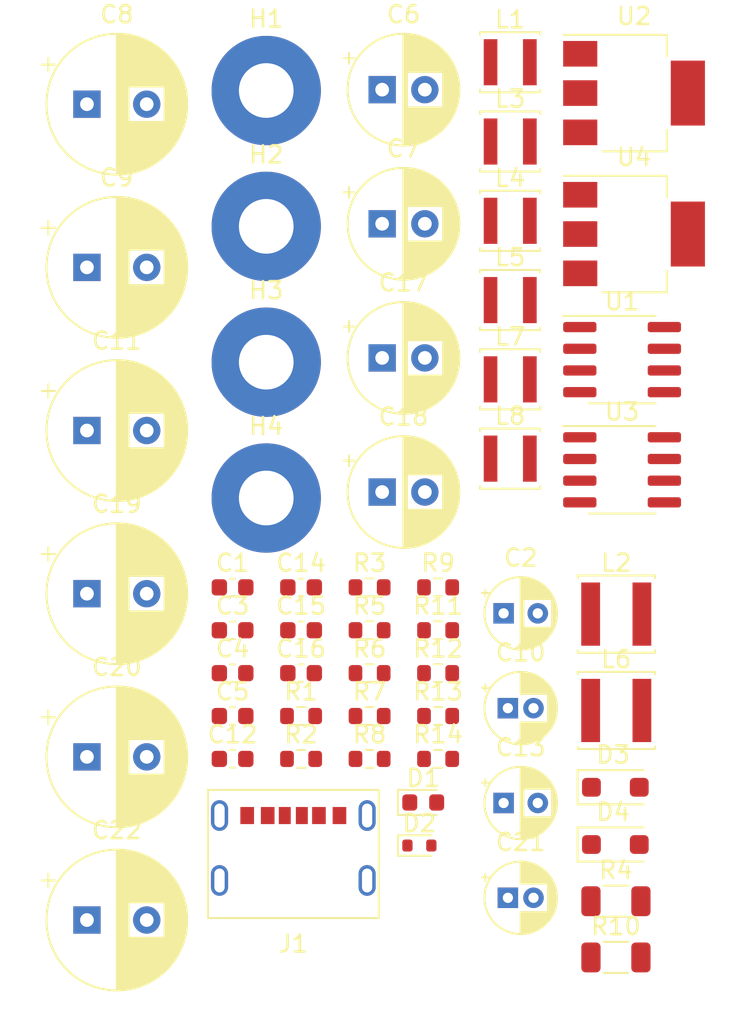
<source format=kicad_pcb>
(kicad_pcb (version 20221018) (generator pcbnew)
  (layers (0 "F.Cu" signal) (31 "B.Cu" signal) (34 "B.Paste" user) (35 "F.Paste" user) (36 "B.SilkS" user "B.Silkscreen") (37 "F.SilkS" user "F.Silkscreen") (38 "B.Mask" user) (39 "F.Mask" user) (44 "Edge.Cuts" user))
  (net 0 "")
  (net 1 "GNDREF")
  (net 2 "VCC")
  (net 3 "/U1_Vin")
  (net 4 "Net-(U1-TC)")
  (net 5 "/U1_Vout")
  (net 6 "Net-(U2-ADJ)")
  (net 7 "+12V")
  (net 8 "/U3_Vin")
  (net 9 "/U3_Vout")
  (net 10 "Net-(U3-TC)")
  (net 11 "Net-(U4-ADJ)")
  (net 12 "-12V")
  (net 13 "Net-(U1-Ipk)")
  (net 14 "/U2_Vin")
  (net 15 "/U4_Vin")
  (net 16 "Net-(U1-DC)")
  (net 17 "Net-(U1-Vfb)")
  (net 18 "Net-(U3-DC)")
  (net 19 "Net-(U3-Vfb)")
  (net 20 "Net-(C7-Pad1)")
  (net 21 "Net-(C18-Pad2)")
  (net 22 "Net-(D3-A)")
  (net 23 "Net-(D1-K)")
  (net 24 "Net-(D4-K)")
  (net 25 "Net-(J1-CC2)")
  (net 26 "Net-(J1-CC1)")
  (footprint "Capacitor_SMD:C_0603_1608Metric" (layer "F.Cu") (at 149.6525 69.115)
    (fp_text reference "C15" (at 0 -1.43) (layer "F.SilkS"))
    (fp_text value "331 0603 50V X7R")
    (pad "1" smd roundrect (at -0.775 0) (size 0.9 0.95) (layers "F.Cu" "F.Paste" "F.Mask") (net 9 "/U3_Vout"))
    (pad "2" smd roundrect (at 0.775 0) (size 0.9 0.95) (layers "F.Cu" "F.Paste" "F.Mask") (net 10 "Net-(U3-TC)"))
  )
  (footprint "Capacitor_SMD:C_0603_1608Metric" (layer "F.Cu") (at 145.6425 71.625)
    (fp_text reference "C4" (at 0 -1.43) (layer "F.SilkS"))
    (fp_text value "331 0603 50V X7R")
    (pad "1" smd roundrect (at -0.775 0) (size 0.9 0.95) (layers "F.Cu" "F.Paste" "F.Mask") (net 1 "GNDREF"))
    (pad "2" smd roundrect (at 0.775 0) (size 0.9 0.95) (layers "F.Cu" "F.Paste" "F.Mask") (net 4 "Net-(U1-TC)"))
  )
  (footprint "Resistor_SMD:R_1206_3216Metric" (layer "F.Cu") (at 168.0825 84.975)
    (fp_text reference "R4" (at 0 -1.82) (layer "F.SilkS"))
    (fp_text value "300mR 1206")
    (pad "1" smd roundrect (at -1.4625 0) (size 1.125 1.75) (layers "F.Cu" "F.Paste" "F.Mask") (roundrect_rratio 0.222222) (net 3 "/U1_Vin"))
    (pad "2" smd roundrect (at 1.4625 0) (size 1.125 1.75) (layers "F.Cu" "F.Paste" "F.Mask") (roundrect_rratio 0.222222) (net 13 "Net-(U1-Ipk)"))
  )
  (footprint "Inductor_SMD:L_Changjiang_FNR4030S" (layer "F.Cu") (at 168.1025 73.81)
    (fp_text reference "L6" (at 0 -3) (layer "F.SilkS"))
    (fp_text value "47uH 4030")
    (pad "1" smd rect (at -1.5 0) (size 1.1 3.7) (layers "F.Cu" "F.Paste" "F.Mask") (net 24 "Net-(D4-K)"))
    (pad "2" smd rect (at 1.5 0) (size 1.1 3.7) (layers "F.Cu" "F.Paste" "F.Mask") (net 1 "GNDREF"))
  )
  (footprint "Resistor_SMD:R_0603_1608Metric" (layer "F.Cu") (at 157.6725 71.625)
    (fp_text reference "R12" (at 0 -1.43) (layer "F.SilkS"))
    (fp_text value "10.2k 0603")
    (pad "1" smd roundrect (at -0.825 0) (size 0.8 0.95) (layers "F.Cu" "F.Paste" "F.Mask") (net 19 "Net-(U3-Vfb)"))
    (pad "2" smd roundrect (at 0.825 0) (size 0.8 0.95) (layers "F.Cu" "F.Paste" "F.Mask") (net 1 "GNDREF"))
  )
  (footprint "MountingHole:MountingHole_3.2mm_M3_Pad" (layer "F.Cu") (at 147.6125 61.375)
    (fp_text reference "H4" (at 0 -4.2) (layer "F.SilkS"))
    (fp_text value "M3")
    (pad "1" thru_hole circle (at 0 0) (size 6.4 6.4) (drill 3.2) (layers "*.Cu" "*.Mask") (net 1 "GNDREF"))
  )
  (footprint "Resistor_SMD:R_0603_1608Metric" (layer "F.Cu") (at 153.6625 69.115)
    (fp_text reference "R5" (at 0 -1.43) (layer "F.SilkS"))
    (fp_text value "180R 0603")
    (pad "1" smd roundrect (at -0.825 0) (size 0.8 0.95) (layers "F.Cu" "F.Paste" "F.Mask") (net 13 "Net-(U1-Ipk)"))
    (pad "2" smd roundrect (at 0.825 0) (size 0.8 0.95) (layers "F.Cu" "F.Paste" "F.Mask") (net 16 "Net-(U1-DC)"))
  )
  (footprint "Capacitor_SMD:C_0603_1608Metric" (layer "F.Cu") (at 149.6525 71.625)
    (fp_text reference "C16" (at 0 -1.43) (layer "F.SilkS"))
    (fp_text value "105 0603 25V X5R")
    (pad "1" smd roundrect (at -0.775 0) (size 0.9 0.95) (layers "F.Cu" "F.Paste" "F.Mask") (net 9 "/U3_Vout"))
    (pad "2" smd roundrect (at 0.775 0) (size 0.9 0.95) (layers "F.Cu" "F.Paste" "F.Mask") (net 1 "GNDREF"))
  )
  (footprint "Capacitor_THT:CP_Radial_D6.3mm_P2.50mm" (layer "F.Cu") (at 154.397741 53.175)
    (fp_text reference "C17" (at 1.25 -4.4) (layer "F.SilkS"))
    (fp_text value "100uF 16V D6.3xL5")
    (pad "1" thru_hole rect (at 0 0) (size 1.6 1.6) (drill 0.8) (layers "*.Cu" "*.Mask") (net 1 "GNDREF"))
    (pad "2" thru_hole circle (at 2.5 0) (size 1.6 1.6) (drill 0.8) (layers "*.Cu" "*.Mask") (net 9 "/U3_Vout"))
  )
  (footprint "Diode_SMD:D_SOD-123F" (layer "F.Cu") (at 168.0475 78.305)
    (fp_text reference "D3" (at -0.127 -1.905) (layer "F.SilkS"))
    (fp_text value "K24-MS")
    (pad "1" smd roundrect (at -1.4 0) (size 1.1 1.1) (layers "F.Cu" "F.Paste" "F.Mask") (roundrect_rratio 0.2272727273) (net 5 "/U1_Vout"))
    (pad "2" smd roundrect (at 1.4 0) (size 1.1 1.1) (layers "F.Cu" "F.Paste" "F.Mask") (roundrect_rratio 0.2272727273) (net 22 "Net-(D3-A)"))
  )
  (footprint "Diode_SMD:D_SOD-523" (layer "F.Cu") (at 156.5775 81.715)
    (fp_text reference "D2" (at 0 -1.3) (layer "F.SilkS"))
    (fp_text value "PESD5V0 SOD-523")
    (pad "1" smd roundrect (at -0.7 0 180) (size 0.6 0.7) (layers "F.Cu" "F.Paste" "F.Mask") (net 1 "GNDREF"))
    (pad "2" smd roundrect (at 0.7 0 180) (size 0.6 0.7) (layers "F.Cu" "F.Paste" "F.Mask") (net 2 "VCC"))
  )
  (footprint "Capacitor_THT:CP_Radial_D8.0mm_P3.50mm" (layer "F.Cu") (at 137.117198 38.325)
    (fp_text reference "C8" (at 1.75 -5.25) (layer "F.SilkS"))
    (fp_text value "220uF 16V D8xL5")
    (pad "1" thru_hole rect (at 0 0) (size 1.6 1.6) (drill 0.8) (layers "*.Cu" "*.Mask") (net 14 "/U2_Vin"))
    (pad "2" thru_hole circle (at 3.5 0) (size 1.6 1.6) (drill 0.8) (layers "*.Cu" "*.Mask") (net 1 "GNDREF"))
  )
  (footprint "Capacitor_THT:CP_Radial_D8.0mm_P3.50mm" (layer "F.Cu") (at 137.117198 76.525)
    (fp_text reference "C20" (at 1.75 -5.25) (layer "F.SilkS"))
    (fp_text value "220uF 16V D8xL5")
    (pad "1" thru_hole rect (at 0 0) (size 1.6 1.6) (drill 0.8) (layers "*.Cu" "*.Mask") (net 1 "GNDREF"))
    (pad "2" thru_hole circle (at 3.5 0) (size 1.6 1.6) (drill 0.8) (layers "*.Cu" "*.Mask") (net 15 "/U4_Vin"))
  )
  (footprint "Resistor_SMD:R_0603_1608Metric" (layer "F.Cu") (at 149.6525 76.645)
    (fp_text reference "R2" (at 0 -1.43) (layer "F.SilkS"))
    (fp_text value "5.1k 0603")
    (pad "1" smd roundrect (at -0.825 0) (size 0.8 0.95) (layers "F.Cu" "F.Paste" "F.Mask") (net 26 "Net-(J1-CC1)"))
    (pad "2" smd roundrect (at 0.825 0) (size 0.8 0.95) (layers "F.Cu" "F.Paste" "F.Mask") (net 1 "GNDREF"))
  )
  (footprint "Capacitor_THT:CP_Radial_D8.0mm_P3.50mm" (layer "F.Cu") (at 137.117198 57.425)
    (fp_text reference "C11" (at 1.75 -5.25) (layer "F.SilkS"))
    (fp_text value "220uF 16V D8xL5")
    (pad "1" thru_hole rect (at 0 0) (size 1.6 1.6) (drill 0.8) (layers "*.Cu" "*.Mask") (net 7 "+12V"))
    (pad "2" thru_hole circle (at 3.5 0) (size 1.6 1.6) (drill 0.8) (layers "*.Cu" "*.Mask") (net 1 "GNDREF"))
  )
  (footprint "Capacitor_THT:CP_Radial_D6.3mm_P2.50mm" (layer "F.Cu") (at 154.397741 61.025)
    (fp_text reference "C18" (at 1.25 -4.4) (layer "F.SilkS"))
    (fp_text value "100uF 16V D6.3xL5")
    (pad "1" thru_hole rect (at 0 0) (size 1.6 1.6) (drill 0.8) (layers "*.Cu" "*.Mask") (net 1 "GNDREF"))
    (pad "2" thru_hole circle (at 2.5 0) (size 1.6 1.6) (drill 0.8) (layers "*.Cu" "*.Mask") (net 21 "Net-(C18-Pad2)"))
  )
  (footprint "Inductor_SMD:L_Changjiang_FNR3015S" (layer "F.Cu") (at 161.8925 45.15)
    (fp_text reference "L4" (at 0 -2.5) (layer "F.SilkS"))
    (fp_text value "100uH 3015")
    (pad "1" smd rect (at -1.15 0) (size 0.8 2.7) (layers "F.Cu" "F.Paste" "F.Mask") (net 20 "Net-(C7-Pad1)"))
    (pad "2" smd rect (at 1.15 0) (size 0.8 2.7) (layers "F.Cu" "F.Paste" "F.Mask") (net 14 "/U2_Vin"))
  )
  (footprint "Capacitor_SMD:C_0603_1608Metric" (layer "F.Cu") (at 145.6425 66.605)
    (fp_text reference "C1" (at 0 -1.43) (layer "F.SilkS"))
    (fp_text value "105 0603 25V X5R")
    (pad "1" smd roundrect (at -0.775 0) (size 0.9 0.95) (layers "F.Cu" "F.Paste" "F.Mask") (net 1 "GNDREF"))
    (pad "2" smd roundrect (at 0.775 0) (size 0.9 0.95) (layers "F.Cu" "F.Paste" "F.Mask") (net 2 "VCC"))
  )
  (footprint "Resistor_SMD:R_0603_1608Metric" (layer "F.Cu") (at 153.6625 74.135)
    (fp_text reference "R7" (at 0 -1.43) (layer "F.SilkS"))
    (fp_text value "1k 0603")
    (pad "1" smd roundrect (at -0.825 0) (size 0.8 0.95) (layers "F.Cu" "F.Paste" "F.Mask") (net 17 "Net-(U1-Vfb)"))
    (pad "2" smd roundrect (at 0.825 0) (size 0.8 0.95) (layers "F.Cu" "F.Paste" "F.Mask") (net 1 "GNDREF"))
  )
  (footprint "Capacitor_THT:CP_Radial_D6.3mm_P2.50mm" (layer "F.Cu") (at 154.397741 45.325)
    (fp_text reference "C7" (at 1.25 -4.4) (layer "F.SilkS"))
    (fp_text value "100uF 16V D6.3xL5")
    (pad "1" thru_hole rect (at 0 0) (size 1.6 1.6) (drill 0.8) (layers "*.Cu" "*.Mask") (net 20 "Net-(C7-Pad1)"))
    (pad "2" thru_hole circle (at 2.5 0) (size 1.6 1.6) (drill 0.8) (layers "*.Cu" "*.Mask") (net 1 "GNDREF"))
  )
  (footprint "Inductor_SMD:L_Changjiang_FNR3015S" (layer "F.Cu") (at 161.8925 40.51)
    (fp_text reference "L3" (at 0 -2.5) (layer "F.SilkS"))
    (fp_text value "100uH 3015")
    (pad "1" smd rect (at -1.15 0) (size 0.8 2.7) (layers "F.Cu" "F.Paste" "F.Mask") (net 5 "/U1_Vout"))
    (pad "2" smd rect (at 1.15 0) (size 0.8 2.7) (layers "F.Cu" "F.Paste" "F.Mask") (net 20 "Net-(C7-Pad1)"))
  )
  (footprint "Diode_SMD:D_SOD-123F" (layer "F.Cu") (at 168.0475 81.655)
    (fp_text reference "D4" (at -0.127 -1.905) (layer "F.SilkS"))
    (fp_text value "K24-MS")
    (pad "1" smd roundrect (at -1.4 0) (size 1.1 1.1) (layers "F.Cu" "F.Paste" "F.Mask") (roundrect_rratio 0.2272727273) (net 24 "Net-(D4-K)"))
    (pad "2" smd roundrect (at 1.4 0) (size 1.1 1.1) (layers "F.Cu" "F.Paste" "F.Mask") (roundrect_rratio 0.2272727273) (net 9 "/U3_Vout"))
  )
  (footprint "Capacitor_THT:CP_Radial_D8.0mm_P3.50mm" (layer "F.Cu") (at 137.117198 66.975)
    (fp_text reference "C19" (at 1.75 -5.25) (layer "F.SilkS"))
    (fp_text value "220uF 16V D8xL5")
    (pad "1" thru_hole rect (at 0 0) (size 1.6 1.6) (drill 0.8) (layers "*.Cu" "*.Mask") (net 1 "GNDREF"))
    (pad "2" thru_hole circle (at 3.5 0) (size 1.6 1.6) (drill 0.8) (layers "*.Cu" "*.Mask") (net 15 "/U4_Vin"))
  )
  (footprint "Capacitor_THT:CP_Radial_D4.0mm_P2.00mm" (layer "F.Cu") (at 161.507301 79.225)
    (fp_text reference "C13" (at 1 -3.25) (layer "F.SilkS"))
    (fp_text value "100uF 10V D5xL5")
    (pad "1" thru_hole rect (at 0 0) (size 1.2 1.2) (drill 0.6) (layers "*.Cu" "*.Mask") (net 8 "/U3_Vin"))
    (pad "2" thru_hole circle (at 2 0) (size 1.2 1.2) (drill 0.6) (layers "*.Cu" "*.Mask") (net 1 "GNDREF"))
  )
  (footprint "Resistor_SMD:R_0603_1608Metric" (layer "F.Cu") (at 157.6725 66.605)
    (fp_text reference "R9" (at 0 -1.43) (layer "F.SilkS"))
    (fp_text value "8.25k 0603")
    (pad "1" smd roundrect (at -0.825 0) (size 0.8 0.95) (layers "F.Cu" "F.Paste" "F.Mask") (net 6 "Net-(U2-ADJ)"))
    (pad "2" smd roundrect (at 0.825 0) (size 0.8 0.95) (layers "F.Cu" "F.Paste" "F.Mask") (net 1 "GNDREF"))
  )
  (footprint "Package_SO:SOIC-8_3.9x4.9mm_P1.27mm" (layer "F.Cu") (at 168.4425 59.725)
    (fp_text reference "U3" (at 0 -3.4) (layer "F.SilkS"))
    (fp_text value "MC34063AD")
    (pad "1" smd roundrect (at -2.475 -1.905) (size 1.95 0.6) (layers "F.Cu" "F.Paste" "F.Mask") (net 18 "Net-(U3-DC)"))
    (pad "2" smd roundrect (at -2.475 -0.635) (size 1.95 0.6) (layers "F.Cu" "F.Paste" "F.Mask") (net 24 "Net-(D4-K)"))
    (pad "3" smd roundrect (at -2.475 0.635) (size 1.95 0.6) (layers "F.Cu" "F.Paste" "F.Mask") (net 10 "Net-(U3-TC)"))
    (pad "4" smd roundrect (at -2.475 1.905) (size 1.95 0.6) (layers "F.Cu" "F.Paste" "F.Mask") (net 9 "/U3_Vout"))
    (pad "5" smd roundrect (at 2.475 1.905) (size 1.95 0.6) (layers "F.Cu" "F.Paste" "F.Mask") (net 19 "Net-(U3-Vfb)"))
    (pad "6" smd roundrect (at 2.475 0.635) (size 1.95 0.6) (layers "F.Cu" "F.Paste" "F.Mask") (net 8 "/U3_Vin"))
    (pad "7" smd roundrect (at 2.475 -0.635) (size 1.95 0.6) (layers "F.Cu" "F.Paste" "F.Mask") (net 18 "Net-(U3-DC)"))
    (pad "8" smd roundrect (at 2.475 -1.905) (size 1.95 0.6) (layers "F.Cu" "F.Paste" "F.Mask") (net 18 "Net-(U3-DC)"))
  )
  (footprint "Resistor_SMD:R_0603_1608Metric" (layer "F.Cu") (at 157.6725 69.115)
    (fp_text reference "R11" (at 0 -1.43) (layer "F.SilkS"))
    (fp_text value "1k 0603")
    (pad "1" smd roundrect (at -0.825 0) (size 0.8 0.95) (layers "F.Cu" "F.Paste" "F.Mask") (net 19 "Net-(U3-Vfb)"))
    (pad "2" smd roundrect (at 0.825 0) (size 0.8 0.95) (layers "F.Cu" "F.Paste" "F.Mask") (net 9 "/U3_Vout"))
  )
  (footprint "LED_SMD:LED_0603_1608Metric" (layer "F.Cu") (at 156.8025 79.195)
    (fp_text reference "D1" (at 0 -1.43) (layer "F.SilkS"))
    (fp_text value "LED 0603")
    (pad "1" smd roundrect (at -0.7875 0) (size 0.875 0.95) (layers "F.Cu" "F.Paste" "F.Mask") (net 23 "Net-(D1-K)"))
    (pad "2" smd roundrect (at 0.7875 0) (size 0.875 0.95) (layers "F.Cu" "F.Paste" "F.Mask") (net 2 "VCC"))
  )
  (footprint "Package_TO_SOT_SMD:SOT-223-3_TabPin2" (layer "F.Cu") (at 169.1425 45.925)
    (fp_text reference "U4" (at 0 -4.5) (layer "F.SilkS"))
    (fp_text value "LM337_SOT223")
    (pad "1" smd rect (at -3.15 -2.3) (size 2 1.5) (layers "F.Cu" "F.Paste" "F.Mask") (net 11 "Net-(U4-ADJ)"))
    (pad "2" smd rect (at -3.15 0) (size 2 1.5) (layers "F.Cu" "F.Paste" "F.Mask") (net 15 "/U4_Vin"))
    (pad "2" smd rect (at 3.15 0) (size 2 3.8) (layers "F.Cu" "F.Paste" "F.Mask") (net 15 "/U4_Vin"))
    (pad "3" smd rect (at -3.15 2.3) (size 2 1.5) (layers "F.Cu" "F.Paste" "F.Mask") (net 12 "-12V"))
  )
  (footprint "Capacitor_SMD:C_0603_1608Metric" (layer "F.Cu") (at 145.6425 69.115)
    (fp_text reference "C3" (at 0 -1.43) (layer "F.SilkS"))
    (fp_text value "105 0603 25V X5R")
    (pad "1" smd roundrect (at -0.775 0) (size 0.9 0.95) (layers "F.Cu" "F.Paste" "F.Mask") (net 1 "GNDREF"))
    (pad "2" smd roundrect (at 0.775 0) (size 0.9 0.95) (layers "F.Cu" "F.Paste" "F.Mask") (net 3 "/U1_Vin"))
  )
  (footprint "Resistor_SMD:R_0603_1608Metric" (layer "F.Cu") (at 153.6625 66.605)
    (fp_text reference "R3" (at 0 -1.43) (layer "F.SilkS"))
    (fp_text value "1k 0603")
    (pad "1" smd roundrect (at -0.825 0) (size 0.8 0.95) (layers "F.Cu" "F.Paste" "F.Mask") (net 23 "Net-(D1-K)"))
    (pad "2" smd roundrect (at 0.825 0) (size 0.8 0.95) (layers "F.Cu" "F.Paste" "F.Mask") (net 1 "GNDREF"))
  )
  (footprint "Inductor_SMD:L_Changjiang_FNR3015S" (layer "F.Cu") (at 161.8925 35.87)
    (fp_text reference "L1" (at 0 -2.5) (layer "F.SilkS"))
    (fp_text value "22uH 3015")
    (pad "1" smd rect (at -1.15 0) (size 0.8 2.7) (layers "F.Cu" "F.Paste" "F.Mask") (net 2 "VCC"))
    (pad "2" smd rect (at 1.15 0) (size 0.8 2.7) (layers "F.Cu" "F.Paste" "F.Mask") (net 3 "/U1_Vin"))
  )
  (footprint "MountingHole:MountingHole_3.2mm_M3_Pad" (layer "F.Cu") (at 147.6125 45.475)
    (fp_text reference "H2" (at 0 -4.2) (layer "F.SilkS"))
    (fp_text value "M3")
    (pad "1" thru_hole circle (at 0 0) (size 6.4 6.4) (drill 3.2) (layers "*.Cu" "*.Mask") (net 1 "GNDREF"))
  )
  (footprint "Inductor_SMD:L_Changjiang_FNR3015S" (layer "F.Cu") (at 161.8925 54.43)
    (fp_text reference "L7" (at 0 -2.5) (layer "F.SilkS"))
    (fp_text value "100uH 3015")
    (pad "1" smd rect (at -1.15 0) (size 0.8 2.7) (layers "F.Cu" "F.Paste" "F.Mask") (net 9 "/U3_Vout"))
    (pad "2" smd rect (at 1.15 0) (size 0.8 2.7) (layers "F.Cu" "F.Paste" "F.Mask") (net 21 "Net-(C18-Pad2)"))
  )
  (footprint "Resistor_SMD:R_0603_1608Metric" (layer "F.Cu") (at 157.6725 76.645)
    (fp_text reference "R14" (at 0 -1.43) (layer "F.SilkS"))
    (fp_text value "1k 0603")
    (pad "1" smd roundrect (at -0.825 0) (size 0.8 0.95) (layers "F.Cu" "F.Paste" "F.Mask") (net 11 "Net-(U4-ADJ)"))
    (pad "2" smd roundrect (at 0.825 0) (size 0.8 0.95) (layers "F.Cu" "F.Paste" "F.Mask") (net 12 "-12V"))
  )
  (footprint "Inductor_SMD:L_Changjiang_FNR3015S" (layer "F.Cu") (at 161.8925 49.79)
    (fp_text reference "L5" (at 0 -2.5) (layer "F.SilkS"))
    (fp_text value "22uH 3015")
    (pad "1" smd rect (at -1.15 0) (size 0.8 2.7) (layers "F.Cu" "F.Paste" "F.Mask") (net 2 "VCC"))
    (pad "2" smd rect (at 1.15 0) (size 0.8 2.7) (layers "F.Cu" "F.Paste" "F.Mask") (net 8 "/U3_Vin"))
  )
  (footprint "Capacitor_THT:CP_Radial_D4.0mm_P2.00mm" (layer "F.Cu") (at 161.507301 68.125)
    (fp_text reference "C2" (at 1 -3.25) (layer "F.SilkS"))
    (fp_text value "100uF 10V D5xL5")
    (pad "1" thru_hole rect (at 0 0) (size 1.2 1.2) (drill 0.6) (layers "*.Cu" "*.Mask") (net 3 "/U1_Vin"))
    (pad "2" thru_hole circle (at 2 0) (size 1.2 1.2) (drill 0.6) (layers "*.Cu" "*.Mask") (net 1 "GNDREF"))
  )
  (footprint "Resistor_SMD:R_1206_3216Metric" (layer "F.Cu") (at 168.0825 88.265)
    (fp_text reference "R10" (at 0 -1.82) (layer "F.SilkS"))
    (fp_text value "300mR 1206")
    (pad "1" smd roundrect (at -1.4625 0) (size 1.125 1.75) (layers "F.Cu" "F.Paste" "F.Mask") (roundrect_rratio 0.222222) (net 8 "/U3_Vin"))
    (pad "2" smd roundrect (at 1.4625 0) (size 1.125 1.75) (layers "F.Cu" "F.Paste" "F.Mask") (roundrect_rratio 0.222222) (net 18 "Net-(U3-DC)"))
  )
  (footprint "MountingHole:MountingHole_3.2mm_M3_Pad" (layer "F.Cu") (at 147.6125 37.525)
    (fp_text reference "H1" (at 0 -4.2) (layer "F.SilkS"))
    (fp_text value "M3")
    (pad "1" thru_hole circle (at 0 0) (size 6.4 6.4) (drill 3.2) (layers "*.Cu" "*.Mask") (net 1 "GNDREF"))
  )
  (footprint "Capacitor_SMD:C_0603_1608Metric" (layer "F.Cu") (at 149.6525 66.605)
    (fp_text reference "C14" (at 0 -1.43) (layer "F.SilkS"))
    (fp_text value "105 0603 25V X5R")
    (pad "1" smd roundrect (at -0.775 0) (size 0.9 0.95) (layers "F.Cu" "F.Paste" "F.Mask") (net 1 "GNDREF"))
    (pad "2" smd roundrect (at 0.775 0) (size 0.9 0.95) (layers "F.Cu" "F.Paste" "F.Mask") (net 8 "/U3_Vin"))
  )
  (footprint "Capacitor_THT:CP_Radial_D8.0mm_P3.50mm" (layer "F.Cu") (at 137.117198 47.875)
    (fp_text reference "C9" (at 1.75 -5.25) (layer "F.SilkS"))
    (fp_text value "220uF 16V D8xL5")
    (pad "1" thru_hole rect (at 0 0) (size 1.6 1.6) (drill 0.8) (layers "*.Cu" "*.Mask") (net 14 "/U2_Vin"))
    (pad "2" thru_hole circle (at 3.5 0) (size 1.6 1.6) (drill 0.8) (layers "*.Cu" "*.Mask") (net 1 "GNDREF"))
  )
  (footprint "Package_SO:SOIC-8_3.9x4.9mm_P1.27mm" (layer "F.Cu") (at 168.4425 53.275)
    (fp_text reference "U1" (at 0 -3.4) (layer "F.SilkS"))
    (fp_text value "MC34063AD")
    (pad "1" smd roundrect (at -2.475 -1.905) (size 1.95 0.6) (layers "F.Cu" "F.Paste" "F.Mask") (net 22 "Net-(D3-A)"))
    (pad "2" smd roundrect (at -2.475 -0.635) (size 1.95 0.6) (layers "F.Cu" "F.Paste" "F.Mask") (net 1 "GNDREF"))
    (pad "3" smd roundrect (at -2.475 0.635) (size 1.95 0.6) (layers "F.Cu" "F.Paste" "F.Mask") (net 4 "Net-(U1-TC)"))
    (pad "4" smd roundrect (at -2.475 1.905) (size 1.95 0.6) (layers "F.Cu" "F.Paste" "F.Mask") (net 1 "GNDREF"))
    (pad "5" smd roundrect (at 2.475 1.905) (size 1.95 0.6) (layers "F.Cu" "F.Paste" "F.Mask") (net 17 "Net-(U1-Vfb)"))
    (pad "6" smd roundrect (at 2.475 0.635) (size 1.95 0.6) (layers "F.Cu" "F.Paste" "F.Mask") (net 3 "/U1_Vin"))
    (pad "7" smd roundrect (at 2.475 -0.635) (size 1.95 0.6) (layers "F.Cu" "F.Paste" "F.Mask") (net 13 "Net-(U1-Ipk)"))
    (pad "8" smd roundrect (at 2.475 -1.905) (size 1.95 0.6) (layers "F.Cu" "F.Paste" "F.Mask") (net 16 "Net-(U1-DC)"))
  )
  (footprint "Capacitor_THT:CP_Radial_D6.3mm_P2.50mm" (layer "F.Cu") (at 154.397741 37.475)
    (fp_text reference "C6" (at 1.25 -4.4) (layer "F.SilkS"))
    (fp_text value "100uF 16V D6.3xL5")
    (pad "1" thru_hole rect (at 0 0) (size 1.6 1.6) (drill 0.8) (layers "*.Cu" "*.Mask") (net 5 "/U1_Vout"))
    (pad "2" thru_hole circle (at 2.5 0) (size 1.6 1.6) (drill 0.8) (layers "*.Cu" "*.Mask") (net 1 "GNDREF"))
  )
  (footprint "Inductor_SMD:L_Changjiang_FNR4030S" (layer "F.Cu") (at 168.1025 68.17)
    (fp_text reference "L2" (at 0 -3) (layer "F.SilkS"))
    (fp_text value "47uH 4030")
    (pad "1" smd rect (at -1.5 0) (size 1.1 3.7) (layers "F.Cu" "F.Paste" "F.Mask") (net 13 "Net-(U1-Ipk)"))
    (pad "2" smd rect (at 1.5 0) (size 1.1 3.7) (layers "F.Cu" "F.Paste" "F.Mask") (net 22 "Net-(D3-A)"))
  )
  (footprint "Capacitor_SMD:C_0603_1608Metric" (layer "F.Cu") (at 145.6425 76.645)
    (fp_text reference "C12" (at 0 -1.43) (layer "F.SilkS"))
    (fp_text value "105 0603 25V X5R")
    (pad "1" smd roundrect (at -0.775 0) (size 0.9 0.95) (layers "F.Cu" "F.Paste" "F.Mask") (net 1 "GNDREF"))
    (pad "2" smd roundrect (at 0.775 0) (size 0.9 0.95) (layers "F.Cu" "F.Paste" "F.Mask") (net 2 "VCC"))
  )
  (footprint "Capacitor_THT:CP_Radial_D4.0mm_P1.50mm" (layer "F.Cu") (at 161.757301 73.675)
    (fp_text reference "C10" (at 0.75 -3.25) (layer "F.SilkS"))
    (fp_text value "10uF 16V D4xL5")
    (pad "1" thru_hole rect (at 0 0) (size 1.2 1.2) (drill 0.6) (layers "*.Cu" "*.Mask") (net 6 "Net-(U2-ADJ)"))
    (pad "2" thru_hole circle (at 1.5 0) (size 1.2 1.2) (drill 0.6) (layers "*.Cu" "*.Mask") (net 1 "GNDREF"))
  )
  (footprint "Resistor_SMD:R_0603_1608Metric" (layer "F.Cu") (at 149.6525 74.135)
    (fp_text reference "R1" (at 0 -1.43) (layer "F.SilkS"))
    (fp_text value "5.1k 0603")
    (pad "1" smd roundrect (at -0.825 0) (size 0.8 0.95) (layers "F.Cu" "F.Paste" "F.Mask") (net 25 "Net-(J1-CC2)"))
    (pad "2" smd roundrect (at 0.825 0) (size 0.8 0.95) (layers "F.Cu" "F.Paste" "F.Mask") (net 1 "GNDREF"))
  )
  (footprint "MountingHole:MountingHole_3.2mm_M3_Pad" (layer "F.Cu") (at 147.6125 53.425)
    (fp_text reference "H3" (at 0 -4.2) (layer "F.SilkS"))
    (fp_text value "M3")
    (pad "1" thru_hole circle (at 0 0) (size 6.4 6.4) (drill 3.2) (layers "*.Cu" "*.Mask") (net 1 "GNDREF"))
  )
  (footprint "Resistor_SMD:R_0603_1608Metric" (layer "F.Cu") (at 157.6725 74.135)
    (fp_text reference "R13" (at 0 -1.43) (layer "F.SilkS"))
    (fp_text value "8.25k 0603")
    (pad "1" smd roundrect (at -0.825 0) (size 0.8 0.95) (layers "F.Cu" "F.Paste" "F.Mask") (net 1 "GNDREF"))
    (pad "2" smd roundrect (at 0.825 0) (size 0.8 0.95) (layers "F.Cu" "F.Paste" "F.Mask") (net 11 "Net-(U4-ADJ)"))
  )
  (footprint "Capacitor_THT:CP_Radial_D4.0mm_P1.50mm" (layer "F.Cu") (at 161.757301 84.775)
    (fp_text reference "C21" (at 0.75 -3.25) (layer "F.SilkS"))
    (fp_text value "10uF 16V D4xL5")
    (pad "1" thru_hole rect (at 0 0) (size 1.2 1.2) (drill 0.6) (layers "*.Cu" "*.Mask") (net 1 "GNDREF"))
    (pad "2" thru_hole circle (at 1.5 0) (size 1.2 1.2) (drill 0.6) (layers "*.Cu" "*.Mask") (net 11 "Net-(U4-ADJ)"))
  )
  (footprint "Inductor_SMD:L_Changjiang_FNR3015S" (layer "F.Cu") (at 161.8925 59.07)
    (fp_text reference "L8" (at 0 -2.5) (layer "F.SilkS"))
    (fp_text value "100uH 3015")
    (pad "1" smd rect (at -1.15 0) (size 0.8 2.7) (layers "F.Cu" "F.Paste" "F.Mask") (net 21 "Net-(C18-Pad2)"))
    (pad "2" smd rect (at 1.15 0) (size 0.8 2.7) (layers "F.Cu" "F.Paste" "F.Mask") (net 15 "/U4_Vin"))
  )
  (footprint "Resistor_SMD:R_0603_1608Metric" (layer "F.Cu") (at 153.6625 71.625)
    (fp_text reference "R6" (at 0 -1.43) (layer "F.SilkS"))
    (fp_text value "10.2k 0603")
    (pad "1" smd roundrect (at -0.825 0) (size 0.8 0.95) (layers "F.Cu" "F.Paste" "F.Mask") (net 5 "/U1_Vout"))
    (pad "2" smd roundrect (at 0.825 0) (size 0.8 0.95) (layers "F.Cu" "F.Paste" "F.Mask") (net 17 "Net-(U1-Vfb)"))
  )
  (footprint "Capacitor_SMD:C_0603_1608Metric" (layer "F.Cu") (at 145.6425 74.135)
    (fp_text reference "C5" (at 0 -1.43) (layer "F.SilkS"))
    (fp_text value "105 0603 25V X5R")
    (pad "1" smd roundrect (at -0.775 0) (size 0.9 0.95) (layers "F.Cu" "F.Paste" "F.Mask") (net 1 "GNDREF"))
    (pad "2" smd roundrect (at 0.775 0) (size 0.9 0.95) (layers "F.Cu" "F.Paste" "F.Mask") (net 5 "/U1_Vout"))
  )
  (footprint "Resistor_SMD:R_0603_1608Metric" (layer "F.Cu") (at 153.6625 76.645)
    (fp_text reference "R8" (at 0 -1.43) (layer "F.SilkS"))
    (fp_text value "1k 0603")
    (pad "1" smd roundrect (at -0.825 0) (size 0.8 0.95) (layers "F.Cu" "F.Paste" "F.Mask") (net 7 "+12V"))
    (pad "2" smd roundrect (at 0.825 0) (size 0.8 0.95) (layers "F.Cu" "F.Paste" "F.Mask") (net 6 "Net-(U2-ADJ)"))
  )
  (footprint "Package_TO_SOT_SMD:SOT-223-3_TabPin2" (layer "F.Cu") (at 169.1425 37.675)
    (fp_text reference "U2" (at 0 -4.5) (layer "F.SilkS"))
    (fp_text value "LM317_SOT-223")
    (pad "1" smd rect (at -3.15 -2.3) (size 2 1.5) (layers "F.Cu" "F.Paste" "F.Mask") (net 6 "Net-(U2-ADJ)"))
    (pad "2" smd rect (at -3.15 0) (size 2 1.5) (layers "F.Cu" "F.Paste" "F.Mask") (net 7 "+12V"))
    (pad "2" smd rect (at 3.15 0) (size 2 3.8) (layers "F.Cu" "F.Paste" "F.Mask") (net 7 "+12V"))
    (pad "3" smd rect (at -3.15 2.3) (size 2 1.5) (layers "F.Cu" "F.Paste" "F.Mask") (net 14 "/U2_Vin"))
  )
  (footprint "Capacitor_THT:CP_Radial_D8.0mm_P3.50mm" (layer "F.Cu") (at 137.117198 86.075)
    (fp_text reference "C22" (at 1.75 -5.25) (layer "F.SilkS"))
    (fp_text value "220uF 16V D8xL5")
    (pad "1" thru_hole rect (at 0 0) (size 1.6 1.6) (drill 0.8) (layers "*.Cu" "*.Mask") (net 1 "GNDREF"))
    (pad "2" thru_hole circle (at 3.5 0) (size 1.6 1.6) (drill 0.8) (layers "*.Cu" "*.Mask") (net 12 "-12V"))
  )
  (footprint "Customer_Connector:USB_C_Receptacle_6P_01" (layer "F.Cu") (at 149.1975 79.96)
    (fp_text reference "J1" (at 0 7.5 unlocked) (layer "F.SilkS"))
    (fp_text value "USB_C_Receptacle_PowerOnly_6P")
    (pad "A5" smd rect (at -0.5 0) (size 0.7 1) (layers "F.Cu" "F.Paste" "F.Mask") (net 26 "Net-(J1-CC1)"))
    (pad "A9" smd rect (at 1.5 0) (size 0.8 1) (layers "F.Cu" "F.Paste" "F.Mask") (net 2 "VCC"))
    (pad "A12" smd rect (at 2.7 0) (size 0.8 1) (layers "F.Cu" "F.Paste" "F.Mask") (net 1 "GNDREF"))
    (pad "B5" smd rect (at 0.5 0) (size 0.7 1) (layers "F.Cu" "F.Paste" "F.Mask") (net 25 "Net-(J1-CC2)"))
    (pad "B9" smd rect (at -1.5 0) (size 0.8 1) (layers "F.Cu" "F.Paste" "F.Mask") (net 2 "VCC"))
    (pad "B12" smd rect (at -2.7 0) (size 0.8 1) (layers "F.Cu" "F.Paste" "F.Mask") (net 1 "GNDREF"))
    (pad "S1" thru_hole oval (at -4.32 0) (size 1 1.8) (drill oval 0.6 1.4) (layers "*.Cu" "*.Mask") (net 1 "GNDREF"))
    (pad "S1" thru_hole oval (at -4.32 3.8) (size 1 1.8) (drill oval 0.6 1.4) (layers "*.Cu" "*.Mask") (net 1 "GNDREF"))
    (pad "S1" thru_hole oval (at 4.32 0) (size 1 1.8) (drill oval 0.6 1.4) (layers "*.Cu" "*.Mask") (net 1 "GNDREF"))
    (pad "S1" thru_hole oval (at 4.32 3.8) (size 1 1.8) (drill oval 0.6 1.4) (layers "*.Cu" "*.Mask") (net 1 "GNDREF"))
  )
)
</source>
